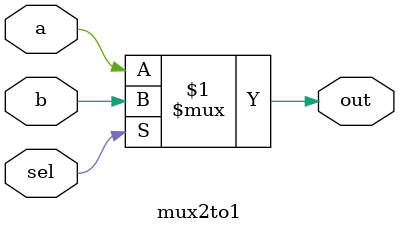
<source format=v>
module mux2to1(
  input a,
  input b,
  input sel,
  output out
);
  assign out = sel ? b : a;
endmodule

</source>
